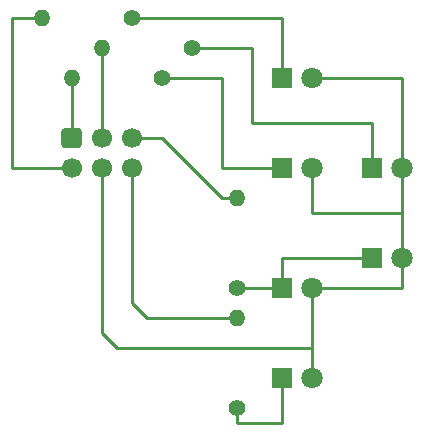
<source format=gbl>
G04 #@! TF.GenerationSoftware,KiCad,Pcbnew,5.1.9*
G04 #@! TF.CreationDate,2021-04-18T01:28:33+02:00*
G04 #@! TF.ProjectId,Signalsimulator,5369676e-616c-4736-996d-756c61746f72,rev?*
G04 #@! TF.SameCoordinates,Original*
G04 #@! TF.FileFunction,Copper,L2,Bot*
G04 #@! TF.FilePolarity,Positive*
%FSLAX46Y46*%
G04 Gerber Fmt 4.6, Leading zero omitted, Abs format (unit mm)*
G04 Created by KiCad (PCBNEW 5.1.9) date 2021-04-18 01:28:33*
%MOMM*%
%LPD*%
G01*
G04 APERTURE LIST*
G04 #@! TA.AperFunction,ComponentPad*
%ADD10C,1.800000*%
G04 #@! TD*
G04 #@! TA.AperFunction,ComponentPad*
%ADD11R,1.800000X1.800000*%
G04 #@! TD*
G04 #@! TA.AperFunction,ComponentPad*
%ADD12O,1.400000X1.400000*%
G04 #@! TD*
G04 #@! TA.AperFunction,ComponentPad*
%ADD13C,1.400000*%
G04 #@! TD*
G04 #@! TA.AperFunction,ComponentPad*
%ADD14C,1.700000*%
G04 #@! TD*
G04 #@! TA.AperFunction,Conductor*
%ADD15C,0.250000*%
G04 #@! TD*
G04 APERTURE END LIST*
D10*
X58420000Y-38100000D03*
D11*
X55880000Y-38100000D03*
X48260000Y-30480000D03*
D10*
X50800000Y-30480000D03*
X50800000Y-55880000D03*
D11*
X48260000Y-55880000D03*
X48260000Y-48260000D03*
D10*
X50800000Y-48260000D03*
X58420000Y-45720000D03*
D11*
X55880000Y-45720000D03*
X48260000Y-38100000D03*
D10*
X50800000Y-38100000D03*
D12*
X33020000Y-27940000D03*
D13*
X40640000Y-27940000D03*
X35560000Y-25400000D03*
D12*
X27940000Y-25400000D03*
D13*
X44450000Y-58420000D03*
D12*
X44450000Y-50800000D03*
X44450000Y-40640000D03*
D13*
X44450000Y-48260000D03*
D12*
X30480000Y-30480000D03*
D13*
X38100000Y-30480000D03*
G04 #@! TA.AperFunction,ComponentPad*
G36*
G01*
X29880000Y-34710000D02*
X31080000Y-34710000D01*
G75*
G02*
X31330000Y-34960000I0J-250000D01*
G01*
X31330000Y-36160000D01*
G75*
G02*
X31080000Y-36410000I-250000J0D01*
G01*
X29880000Y-36410000D01*
G75*
G02*
X29630000Y-36160000I0J250000D01*
G01*
X29630000Y-34960000D01*
G75*
G02*
X29880000Y-34710000I250000J0D01*
G01*
G37*
G04 #@! TD.AperFunction*
D14*
X33020000Y-35560000D03*
X35560000Y-35560000D03*
X30480000Y-38100000D03*
X33020000Y-38100000D03*
X35560000Y-38100000D03*
D15*
X50800000Y-55880000D02*
X50800000Y-48260000D01*
X50800000Y-48260000D02*
X58420000Y-48260000D01*
X58420000Y-48260000D02*
X58420000Y-45720000D01*
X58420000Y-45720000D02*
X58420000Y-38100000D01*
X58420000Y-38100000D02*
X58420000Y-30480000D01*
X58420000Y-30480000D02*
X50800000Y-30480000D01*
X50800000Y-38100000D02*
X50800000Y-41910000D01*
X50800000Y-41910000D02*
X58420000Y-41910000D01*
X50800000Y-53340000D02*
X50800000Y-55880000D01*
X34290000Y-53340000D02*
X50800000Y-53340000D01*
X33020000Y-52070000D02*
X34290000Y-53340000D01*
X33020000Y-38100000D02*
X33020000Y-52070000D01*
X55880000Y-34290000D02*
X55880000Y-38100000D01*
X45720000Y-34290000D02*
X55880000Y-34290000D01*
X45720000Y-27940000D02*
X45720000Y-34290000D01*
X40640000Y-27940000D02*
X45720000Y-27940000D01*
X35560000Y-25400000D02*
X48260000Y-25400000D01*
X48260000Y-25400000D02*
X48260000Y-30480000D01*
X44450000Y-59690000D02*
X48260000Y-59690000D01*
X48260000Y-59690000D02*
X48260000Y-55880000D01*
X44450000Y-59690000D02*
X44450000Y-58420000D01*
X44450000Y-48260000D02*
X48260000Y-48260000D01*
X48260000Y-48260000D02*
X48260000Y-45720000D01*
X48260000Y-45720000D02*
X55880000Y-45720000D01*
X38100000Y-30480000D02*
X43180000Y-30480000D01*
X43180000Y-30480000D02*
X43180000Y-38100000D01*
X43180000Y-38100000D02*
X48260000Y-38100000D01*
X43180000Y-40640000D02*
X44450000Y-40640000D01*
X38100000Y-35560000D02*
X43180000Y-40640000D01*
X35560000Y-35560000D02*
X38100000Y-35560000D01*
X33020000Y-27940000D02*
X33020000Y-35560000D01*
X27940000Y-25400000D02*
X25400000Y-25400000D01*
X25400000Y-25400000D02*
X25400000Y-38100000D01*
X25400000Y-38100000D02*
X30480000Y-38100000D01*
X30480000Y-30480000D02*
X30480000Y-35560000D01*
X36830000Y-50800000D02*
X44450000Y-50800000D01*
X35560000Y-49530000D02*
X36830000Y-50800000D01*
X35560000Y-38100000D02*
X35560000Y-49530000D01*
M02*

</source>
